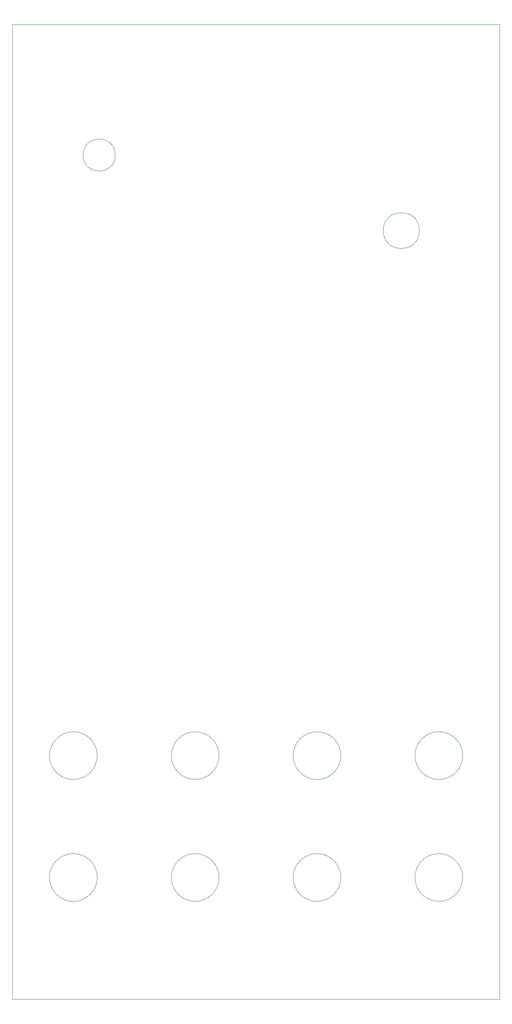
<source format=gm1>
G04 #@! TF.GenerationSoftware,KiCad,Pcbnew,7.0.1-3b83917a11~172~ubuntu22.04.1*
G04 #@! TF.CreationDate,2023-04-02T11:19:21-04:00*
G04 #@! TF.ProjectId,pmf_panel,706d665f-7061-46e6-956c-2e6b69636164,rev?*
G04 #@! TF.SameCoordinates,Original*
G04 #@! TF.FileFunction,Profile,NP*
%FSLAX46Y46*%
G04 Gerber Fmt 4.6, Leading zero omitted, Abs format (unit mm)*
G04 Created by KiCad (PCBNEW 7.0.1-3b83917a11~172~ubuntu22.04.1) date 2023-04-02 11:19:21*
%MOMM*%
%LPD*%
G01*
G04 APERTURE LIST*
G04 #@! TA.AperFunction,Profile*
%ADD10C,0.100000*%
G04 #@! TD*
G04 #@! TA.AperFunction,Profile*
%ADD11C,0.050000*%
G04 #@! TD*
G04 APERTURE END LIST*
D10*
X0Y0D02*
X100000000Y0D01*
X100000000Y200000000D02*
X0Y200000000D01*
X0Y200000000D02*
X0Y0D01*
X100000000Y0D02*
X100000000Y200000000D01*
D11*
G04 #@! TO.C,H9*
X21100000Y173200000D02*
G75*
G03*
X21100000Y173200000I-3300000J0D01*
G01*
G04 #@! TO.C,H10*
X83500000Y157700000D02*
G75*
G03*
X83500000Y157700000I-3700000J0D01*
G01*
G04 #@! TO.C,H1*
X17400000Y50000000D02*
G75*
G03*
X17400000Y50000000I-4900000J0D01*
G01*
G04 #@! TO.C,H2*
X17400000Y25000000D02*
G75*
G03*
X17400000Y25000000I-4900000J0D01*
G01*
G04 #@! TO.C,H3*
X42400000Y50000000D02*
G75*
G03*
X42400000Y50000000I-4900000J0D01*
G01*
G04 #@! TO.C,H4*
X42400000Y25000000D02*
G75*
G03*
X42400000Y25000000I-4900000J0D01*
G01*
G04 #@! TO.C,H5*
X67400000Y50000000D02*
G75*
G03*
X67400000Y50000000I-4900000J0D01*
G01*
G04 #@! TO.C,H6*
X67400000Y25000000D02*
G75*
G03*
X67400000Y25000000I-4900000J0D01*
G01*
G04 #@! TO.C,H7*
X92400000Y50000000D02*
G75*
G03*
X92400000Y50000000I-4900000J0D01*
G01*
G04 #@! TO.C,H8*
X92400000Y25000000D02*
G75*
G03*
X92400000Y25000000I-4900000J0D01*
G01*
G04 #@! TD*
M02*

</source>
